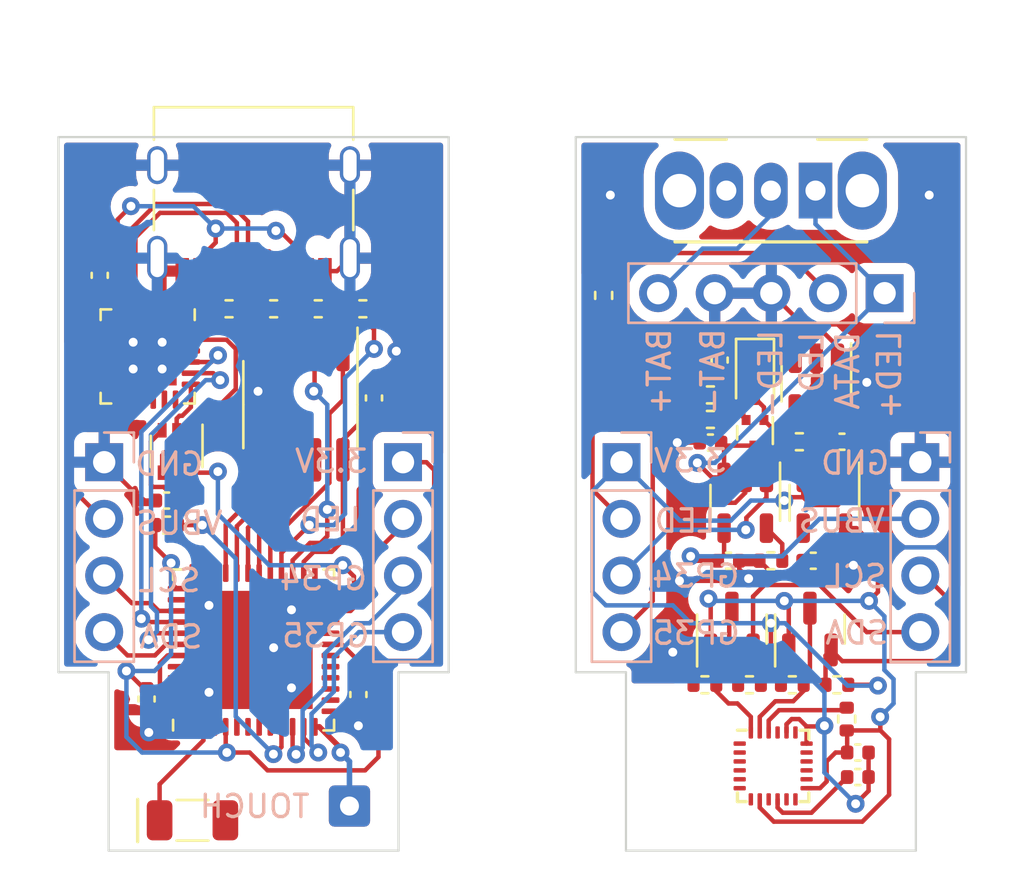
<source format=kicad_pcb>
(kicad_pcb (version 20221018) (generator pcbnew)
  (layers (0 "F.Cu" signal) (31 "B.Cu" signal) (34 "B.Paste" user) (35 "F.Paste" user) (36 "B.SilkS" user "B.Silkscreen") (37 "F.SilkS" user "F.Silkscreen") (38 "B.Mask" user) (39 "F.Mask" user) (44 "Edge.Cuts" user))
  (net 0 "")
  (net 2 "Net-(D1-K)")
  (net 3 "Net-(D1-A)")
  (net 4 "GPIO2")
  (net 5 "VBUS")
  (net 6 "GND")
  (net 7 "RESET")
  (net 18 "VDDSDIO")
  (net 19 "Net-(J1-CC1)")
  (net 20 "Net-(U1-D+)")
  (net 22 "Net-(U1-D-)")
  (net 39 "Net-(U3-~{CS})")
  (net 59 "Net-(U4-PROG)")
  (net 61 "Net-(J1-CC2)")
  (net 63 "DTR")
  (net 64 "RTS")
  (net 65 "GPIO0")
  (net 66 "+BATT")
  (net 67 "GPIO35")
  (net 68 "GPIO9")
  (net 70 "+3V3")
  (net 71 "Net-(U1-VDD)")
  (net 72 "TXD")
  (net 73 "RXD")
  (net 74 "GPIO10")
  (net 75 "GPIO17")
  (net 76 "GPIO7")
  (net 77 "GPIO8")
  (net 78 "RAM_CLK")
  (net 79 "GPIO11")
  (net 80 "+1V8")
  (net 81 "Net-(AE1-FEED)")
  (net 82 "GPIO34")
  (net 83 "Net-(U3-REGOUT)")
  (net 86 "IMU_SDA")
  (net 87 "IMU_SDA_1V8")
  (net 90 "IMU_SCL")
  (net 91 "IMU_SCL_1V8")
  (net 95 "Net-(J2-Pin_5)")
  (net 96 "Net-(J2-Pin_2)")
  (net 97 "Net-(J6-Pin_1)")
  (footprint "Capacitor_SMD:C_1206_3216Metric" (layer "F.Cu") (at 5.26 30.64)
    (fp_text reference "AE1" hide)
    (fp_text value "Antenna_Chip")
  )
  (footprint "Diode_SMD:D_SOD-323" (layer "F.Cu") (at 30.4875 10.6625 -90)
    (fp_text reference "D1" hide)
    (fp_text value "1N5819WS")
  )
  (footprint "Resistor_SMD:R_0402_1005Metric" (layer "F.Cu") (at 23.7 7.1 -90)
    (fp_text reference "R11" hide)
    (fp_text value "470")
  )
  (footprint "Resistor_SMD:R_0402_1005Metric" (layer "F.Cu") (at 30.24 24.5625 180)
    (fp_text reference "R10" hide)
    (fp_text value "10k")
  )
  (footprint "Package_TO_SOT_SMD:SOT-23-5" (layer "F.Cu") (at 33.6 16.4 -90)
    (fp_text reference "U7" hide)
    (fp_text value "MIC5225-1.8")
  )
  (footprint "Package_DFN_QFN:QFN-24-1EP_4x4mm_P0.5mm_EP2.6x2.6mm" (layer "F.Cu") (at 3.25 9.8375 -90)
    (fp_text reference "U1" hide)
    (fp_text value "CP2104")
  )
  (footprint "Package_TO_SOT_SMD:SOT-23-5" (layer "F.Cu") (at 30.05 16.4 -90)
    (fp_text reference "U4" hide)
    (fp_text value "TP4065-4.2V")
  )
  (footprint "Resistor_SMD:R_0402_1005Metric" (layer "F.Cu") (at 28.4875 11.5625)
    (fp_text reference "R5" hide)
    (fp_text value "160k")
  )
  (footprint "Resistor_SMD:R_0402_1005Metric" (layer "F.Cu") (at 32.4775 13.6625 180)
    (fp_text reference "R18" hide)
    (fp_text value "100k")
  )
  (footprint "Capacitor_SMD:C_0402_1005Metric" (layer "F.Cu") (at 4.1 16.3 180)
    (fp_text reference "C6" hide)
    (fp_text value "1u")
  )
  (footprint "Capacitor_SMD:C_0402_1005Metric" (layer "F.Cu") (at 12.7 25 -90)
    (fp_text reference "C7" hide)
    (fp_text value "100n")
  )
  (footprint "Resistor_SMD:R_0402_1005Metric" (layer "F.Cu") (at 31.2 19)
    (fp_text reference "R17" hide)
    (fp_text value "3.3k")
  )
  (footprint "Resistor_SMD:R_0402_1005Metric" (layer "F.Cu") (at 32.16 24.5625)
    (fp_text reference "R14" hide)
    (fp_text value "10k")
  )
  (footprint "Capacitor_SMD:C_0402_1005Metric" (layer "F.Cu") (at 35.1 27.6)
    (fp_text reference "C13" hide)
    (fp_text value "100n")
  )
  (footprint "Capacitor_SMD:C_0402_1005Metric" (layer "F.Cu") (at 1.1 6.2 90)
    (fp_text reference "C3" hide)
    (fp_text value "100n")
  )
  (footprint "Capacitor_SMD:C_0402_1005Metric" (layer "F.Cu") (at 13.4 11.7 90)
    (fp_text reference "C5" hide)
    (fp_text value "100n" hide)
  )
  (footprint "Resistor_SMD:R_0402_1005Metric" (layer "F.Cu") (at 4.1 17.4)
    (fp_text reference "R8" hide)
    (fp_text value "10k")
  )
  (footprint "Capacitor_SMD:C_0402_1005Metric" (layer "F.Cu") (at 33.1 19 180)
    (fp_text reference "C12" hide)
    (fp_text value "10u")
  )
  (footprint "Sensor_Motion:InvenSense_QFN-24_3x3mm_P0.4mm" (layer "F.Cu") (at 31.3 28.2)
    (fp_text reference "U3" hide)
    (fp_text value "ICM-20948")
  )
  (footprint "Package_TO_SOT_SMD:SOT-23" (layer "F.Cu") (at 32.95 22.0625 90)
    (fp_text reference "Q5" hide)
    (fp_text value "BSS138")
  )
  (footprint "Resistor_SMD:R_0402_1005Metric" (layer "F.Cu") (at 28.24 24.5625)
    (fp_text reference "R9" hide)
    (fp_text value "10k")
  )
  (footprint "Capacitor_SMD:C_0402_1005Metric" (layer "F.Cu") (at 28.9 10 -90)
    (fp_text reference "C10" hide)
    (fp_text value "1u")
  )
  (footprint "Button_Switch_THT:SW_CuK_OS102011MA1QN1_SPDT_Angled" (layer "F.Cu") (at 33.2 2.4 180)
    (fp_text reference "SW1" hide)
    (fp_text value "SW_SPDT")
  )
  (footprint "Connector_USB:USB_C_Receptacle_Palconn_UTC16-G" (layer "F.Cu") (at 8 3.5 180)
    (fp_text reference "J1" hide)
    (fp_text value "USB_C_Receptacle_USB2.0")
  )
  (footprint "Capacitor_SMD:C_0402_1005Metric" (layer "F.Cu") (at 34.3875 13.6625 180)
    (fp_text reference "C11" hide)
    (fp_text value "10u")
  )
  (footprint "Resistor_SMD:R_0402_1005Metric" (layer "F.Cu") (at 10.9 7.7)
    (fp_text reference "R6" hide)
    (fp_text value "3.3k")
  )
  (footprint "Package_SO:SOIC-8_3.9x4.9mm_P1.27mm" (layer "F.Cu") (at 10.1 12 -90)
    (fp_text reference "U6" hide)
    (fp_text value "LY68L6400SLIT")
  )
  (footprint "Connector_Wire:SolderWire-0.25sqmm_1x01_D0.65mm_OD1.7mm" (layer "F.Cu") (at 12.3 30)
    (fp_text reference "J6" hide)
    (fp_text value "Conn_01x01")
  )
  (footprint "Capacitor_SMD:C_0402_1005Metric" (layer "F.Cu") (at 3.2 25.2 -90)
    (fp_text reference "C8" hide)
    (fp_text value "100n")
  )
  (footprint "Package_TO_SOT_SMD:SOT-23-5" (layer "F.Cu") (at 33.2375 11.055 -90)
    (fp_text reference "U5" hide)
    (fp_text value "MIC5225-3.3")
  )
  (footprint "Resistor_SMD:R_0402_1005Metric" (layer "F.Cu") (at 8.9 7.7 180)
    (fp_text reference "R2" hide)
    (fp_text value "5.1k")
  )
  (footprint "Capacitor_SMD:C_0402_1005Metric" (layer "F.Cu") (at 35.1 28.7)
    (fp_text reference "C9" hide)
    (fp_text value "100n")
  )
  (footprint "Package_DFN_QFN:QFN-48-1EP_7x7mm_P0.5mm_EP5.3x5.3mm" (layer "F.Cu") (at 8 23 90)
    (fp_text reference "U2" hide)
    (fp_text value "ESP32-PICO-D4")
  )
  (footprint "Resistor_SMD:R_0402_1005Metric" (layer "F.Cu") (at 28.4875 12.6625 180)
    (fp_text reference "R4" hide)
    (fp_text value "442k")
  )
  (footprint "Resistor_SMD:R_0402_1005Metric" (layer "F.Cu") (at 6.9 7.7)
    (fp_text reference "R3" hide)
    (fp_text value "5.1k")
  )
  (footprint "Resistor_SMD:R_0402_1005Metric" (layer "F.Cu") (at 34.16 24.5625 180)
    (fp_text reference "R13" hide)
    (fp_text value "10k")
  )
  (footprint "Resistor_SMD:R_0402_1005Metric" (layer "F.Cu") (at 34.6 26.1 90)
    (fp_text reference "R1" hide)
    (fp_text value "10k")
  )
  (footprint "Capacitor_SMD:C_0402_1005Metric" (layer "F.Cu") (at 29.3 19)
    (fp_text reference "C2" hide)
    (fp_text value "10u")
  )
  (footprint "Resistor_SMD:R_0402_1005Metric" (layer "F.Cu") (at 12.9 7.7)
    (fp_text reference "R7" hide)
    (fp_text value "2k")
  )
  (footprint "Package_TO_SOT_SMD:SOT-363_SC-70-6" (layer "F.Cu") (at 4.55 14.1 -90)
    (fp_text reference "Q1" hide)
    (fp_text value "MUN5214DW1T1G")
  )
  (footprint "Package_TO_SOT_SMD:SOT-723" (layer "F.Cu") (at 30.4875 13.2625 -90)
    (fp_text reference "Q3" hide)
    (fp_text value "CJ3139K")
  )
  (footprint "Package_TO_SOT_SMD:SOT-23" (layer "F.Cu") (at 29.45 22.0625 90)
    (fp_text reference "Q2" hide)
    (fp_text value "BSS138")
  )
  (footprint "Capacitor_SMD:C_0402_1005Metric" (layer "F.Cu") (at 28.4875 13.7 180)
    (fp_text reference "C1" hide)
    (fp_text value "10u")
  )
  (footprint "Connector_PinHeader_2.54mm:PinHeader_1x04_P2.54mm_Vertical" (layer "B.Cu") (at 14.7 14.58 180)
    (fp_text reference "J4" hide)
    (fp_text value "Conn_01x04")
  )
  (footprint "Connector_PinHeader_2.54mm:PinHeader_1x04_P2.54mm_Vertical" (layer "B.Cu") (at 37.9 14.58 180)
    (fp_text reference "J7" hide)
    (fp_text value "Conn_01x04")
  )
  (footprint "Connector_PinHeader_2.54mm:PinHeader_1x05_P2.54mm_Vertical" (layer "B.Cu") (at 36.3 7 90)
    (fp_text reference "J2" hide)
    (fp_text value "Conn_01x05")
  )
  (footprint "Connector_PinHeader_2.54mm:PinHeader_1x04_P2.54mm_Vertical" (layer "B.Cu") (at 1.3 14.58 180)
    (fp_text reference "J5" hide)
    (fp_text value "Conn_01x04")
  )
  (footprint "Connector_PinHeader_2.54mm:PinHeader_1x04_P2.54mm_Vertical" (layer "B.Cu") (at 24.5 14.58 180)
    (fp_text reference "J3" hide)
    (fp_text value "Conn_01x04")
  )
  (gr_line (start 2.8 31.6) (end 2.8 29.7) (stroke (width 0.15)) (layer "F.SilkS"))
  (gr_line (start 24.7 32) (end 24.7 24) (stroke (width 0.1)) (layer "Edge.Cuts"))
  (gr_line (start 22.45 0) (end 39.95 0) (stroke (width 0.1)) (layer "Edge.Cuts"))
  (gr_line (start 37.7 32) (end 37.7 24) (stroke (width 0.1)) (layer "Edge.Cuts"))
  (gr_line (start 16.75 0) (end 16.75 24) (stroke (width 0.1)) (layer "Edge.Cuts"))
  (gr_line (start 14.5 32) (end 1.5 32) (stroke (width 0.1)) (layer "Edge.Cuts"))
  (gr_line (start 37.7 32) (end 24.7 32) (stroke (width 0.1)) (layer "Edge.Cuts"))
  (gr_line (start -0.75 0) (end 16.75 0) (stroke (width 0.1)) (layer "Edge.Cuts"))
  (gr_line (start 37.7 24) (end 39.95 24) (stroke (width 0.1)) (layer "Edge.Cuts"))
  (gr_line (start -0.75 24) (end 1.5 24) (stroke (width 0.1)) (layer "Edge.Cuts"))
  (gr_line (start 22.45 24) (end 24.7 24) (stroke (width 0.1)) (layer "Edge.Cuts"))
  (gr_line (start 14.5 24) (end 16.75 24) (stroke (width 0.1)) (layer "Edge.Cuts"))
  (gr_line (start 39.95 0) (end 39.95 24) (stroke (width 0.1)) (layer "Edge.Cuts"))
  (gr_line (start 14.5 32) (end 14.5 24) (stroke (width 0.1)) (layer "Edge.Cuts"))
  (gr_line (start 1.5 32) (end 1.5 24) (stroke (width 0.1)) (layer "Edge.Cuts"))
  (gr_line (start 22.45 0) (end 22.45 24) (stroke (width 0.1)) (layer "Edge.Cuts"))
  (gr_line (start -0.75 0) (end -0.75 24) (stroke (width 0.1)) (layer "Edge.Cuts"))
  (gr_text "LED\nDATA" (at 35.23 8.64 90) (layer "B.SilkS") (effects (font (size 1 1)) (justify left bottom mirror)))
  (gr_text "GP34" (at 13.18 20.39) (layer "B.SilkS") (effects (font (size 1 1)) (justify left bottom mirror)))
  (gr_text "SCL" (at 5.71 20.47) (layer "B.SilkS") (effects (font (size 1 1)) (justify left bottom mirror)))
  (gr_text "LED-" (at 31.78 8.55 90) (layer "B.SilkS") (effects (font (size 1 1)) (justify left bottom mirror)))
  (gr_text "LED" (at 12.9 17.74) (layer "B.SilkS") (effects (font (size 1 1)) (justify left bottom mirror)))
  (gr_text "LED+" (at 37.1 8.58 90) (layer "B.SilkS") (effects (font (size 1 1)) (justify left bottom mirror)))
  (gr_text "SDA" (at 36.56 22.82) (layer "B.SilkS") (effects (font (size 1 1)) (justify left bottom mirror)))
  (gr_text "SDA" (at 5.8 23) (layer "B.SilkS") (effects (font (size 1 1)) (justify left bottom mirror)))
  (gr_text "VBUS" (at 6.7 17.9) (layer "B.SilkS") (effects (font (size 1 1)) (justify left bottom mirror)))
  (gr_text "GP35" (at 13.29 22.95) (layer "B.SilkS") (effects (font (size 1 1)) (justify left bottom mirror)))
  (gr_text "SCL" (at 36.47 20.29) (layer "B.SilkS") (effects (font (size 1 1)) (justify left bottom mirror)))
  (gr_text "GP35" (at 29.9 22.83) (layer "B.SilkS") (effects (font (size 1 1)) (justify left bottom mirror)))
  (gr_text "BAT-" (at 29.18 8.49 90) (layer "B.SilkS") (effects (font (size 1 1)) (justify left bottom mirror)))
  (gr_text "BAT+" (at 26.78 8.49 90) (layer "B.SilkS") (effects (font (size 1 1)) (justify left bottom mirror)))
  (gr_text "LED" (at 28.8 17.8) (layer "B.SilkS") (effects (font (size 1 1)) (justify left bottom mirror)))
  (gr_text "GP34" (at 29.88 20.27) (layer "B.SilkS") (effects (font (size 1 1)) (justify left bottom mirror)))
  (gr_text "GND" (at 36.6 15.2) (layer "B.SilkS") (effects (font (size 1 1)) (justify left bottom mirror)))
  (gr_text "3.3V" (at 29.3 15.1) (layer "B.SilkS") (effects (font (size 1 1)) (justify left bottom mirror)))
  (gr_text "3.3V" (at 13.2 15.12) (layer "B.SilkS") (effects (font (size 1 1)) (justify left bottom mirror)))
  (gr_text "TOUCH" (at 10.6 30.6) (layer "B.SilkS") (effects (font (size 1 1)) (justify left bottom mirror)))
  (gr_text "VBUS" (at 36.4 17.8) (layer "B.SilkS") (effects (font (size 1 1)) (justify left bottom mirror)))
  (gr_text "GND" (at 5.84 15.25) (layer "B.SilkS") (effects (font (size 1 1)) (justify left bottom mirror)))
  (segment (start 32.2875 9.3125) (end 32.8 8.8) (width 0.2) (layer "F.Cu") (net 2))
  (segment (start 29.9625 10.1375) (end 30.4875 9.6125) (width 0.2) (layer "F.Cu") (net 2))
  (segment (start 30.395 9.52) (end 30.4875 9.6125) (width 0.2) (layer "F.Cu") (net 2))
  (segment (start 31.9825 9.6125) (end 32.2875 9.9175) (width 0.2) (layer "F.Cu") (net 2))
  (segment (start 30.0875 12.6875) (end 29.9625 12.5625) (width 0.2) (layer "F.Cu") (net 2))
  (segment (start 30.4875 9.6125) (end 31.9825 9.6125) (width 0.2) (layer "F.Cu") (net 2))
  (segment (start 32.8 8.8) (end 33.6 8.8) (width 0.2) (layer "F.Cu") (net 2))
  (segment (start 32.2875 9.9175) (end 32.2875 9.3125) (width 0.2) (layer "F.Cu") (net 2))
  (segment (start 28.9 9.52) (end 30.395 9.52) (width 0.2) (layer "F.Cu") (net 2))
  (segment (start 33.6 8.8) (end 34.1875 9.3875) (width 0.2) (layer "F.Cu") (net 2))
  (segment (start 34.1875 9.3875) (end 34.1875 9.9175) (width 0.2) (layer "F.Cu") (net 2))
  (segment (start 29.9625 12.5625) (end 29.9625 10.1375) (width 0.2) (layer "F.Cu") (net 2))
  (segment (start 31.8625 13.6625) (end 30.8875 12.6875) (width 0.2) (layer "F.Cu") (net 3))
  (segment (start 30.4875 11.7125) (end 30.8875 12.1125) (width 0.2) (layer "F.Cu") (net 3))
  (segment (start 30.8875 12.1125) (end 30.8875 12.6875) (width 0.2) (layer "F.Cu") (net 3))
  (segment (start 31.9675 13.6625) (end 31.8625 13.6625) (width 0.2) (layer "F.Cu") (net 3))
  (segment (start 11.45 21.25) (end 12.35 21.25) (width 0.2) (layer "F.Cu") (net 4))
  (segment (start 12.35 21.25) (end 13.1 20.5) (width 0.2) (layer "F.Cu") (net 4))
  (segment (start 23.2 15.82) (end 24.5 17.12) (width 0.2) (layer "F.Cu") (net 4))
  (segment (start 13.1 19) (end 14.7 17.4) (width 0.2) (layer "F.Cu") (net 4))
  (segment (start 23.7 7.61) (end 23.2 8.11) (width 0.2) (layer "F.Cu") (net 4))
  (segment (start 14.7 17.4) (end 14.7 17.12) (width 0.2) (layer "F.Cu") (net 4))
  (segment (start 13.1 20.5) (end 13.1 19) (width 0.2) (layer "F.Cu") (net 4))
  (segment (start 23.2 8.11) (end 23.2 15.82) (width 0.2) (layer "F.Cu") (net 4))
  (segment (start 1.9 6.3) (end 1.9 6.2) (width 0.2) (layer "F.Cu") (net 5))
  (segment (start 27.8 19) (end 27.6 18.8) (width 0.2) (layer "F.Cu") (net 5))
  (segment (start 5.6 5.43) (end 5.6 6.01) (width 0.2) (layer "F.Cu") (net 5))
  (segment (start -0.2 10.037424) (end 0.749924 9.0875) (width 0.2) (layer "F.Cu") (net 5))
  (segment (start 9.17 4.2) (end 10.4 5.43) (width 0.2) (layer "F.Cu") (net 5))
  (segment (start 29.1 17.5375) (end 29.1 18.72) (width 0.2) (layer "F.Cu") (net 5))
  (segment (start 1.9 3.7) (end 2.5 3.1) (width 0.2) (layer "F.Cu") (net 5))
  (segment (start 1.3125 9.0875) (end 1.3125 8.5875) (width 0.2) (layer "F.Cu") (net 5))
  (segment (start 28.82 19) (end 27.8 19) (width 0.2) (layer "F.Cu") (net 5))
  (segment (start 29.1 18.72) (end 28.82 19) (width 0.2) (layer "F.Cu") (net 5))
  (segment (start 1.9 6.2) (end 1.9 3.7) (width 0.2) (layer "F.Cu") (net 5))
  (segment (start 6.3 4.73) (end 5.6 5.43) (width 0.2) (layer "F.Cu") (net 5))
  (segment (start 9 4.2) (end 9.17 4.2) (width 0.2) (layer "F.Cu") (net 5))
  (segment (start 10.4 6.01) (end 10.4 7.69) (width 0.2) (layer "F.Cu") (net 5))
  (segment (start 0.749924 9.0875) (end 1.3125 9.0875) (width 0.2) (layer "F.Cu") (net 5))
  (segment (start 1.3 17.12) (end 1.21 17.12) (width 0.2) (layer "F.Cu") (net 5))
  (segment (start 1.1 6.68) (end 1.1 8.375) (width 0.2) (layer "F.Cu") (net 5))
  (segment (start 1.52 6.68) (end 1.9 6.3) (width 0.2) (layer "F.Cu") (net 5))
  (segment (start -0.2 15.71) (end -0.2 10.037424) (width 0.2) (layer "F.Cu") (net 5))
  (segment (start 6.3 4.1) (end 6.3 4.73) (width 0.2) (layer "F.Cu") (net 5))
  (segment (start 1.1 8.375) (end 1.3125 8.5875) (width 0.2) (layer "F.Cu") (net 5))
  (segment (start 1.1 6.68) (end 1.52 6.68) (width 0.2) (layer "F.Cu") (net 5))
  (segment (start 10.4 5.43) (end 10.4 6.01) (width 0.2) (layer "F.Cu") (net 5))
  (segment (start 1.21 17.12) (end -0.2 15.71) (width 0.2) (layer "F.Cu") (net 5))
  (segment (start 10.4 7.69) (end 10.39 7.7) (width 0.2) (layer "F.Cu") (net 5))
  (via (at 27.6 18.8) (size 0.8) (drill 0.4) (layers "F.Cu" "B.Cu") (net 5))
  (via (at 6.3 4.1) (size 0.8) (drill 0.4) (layers "F.Cu" "B.Cu") (net 5))
  (via (at 2.5 3.1) (size 0.8) (drill 0.4) (layers "F.Cu" "B.Cu") (net 5))
  (via (at 9 4.2) (size 0.8) (drill 0.4) (layers "F.Cu" "B.Cu") (net 5))
  (segment (start 27.6 18.8) (end 31.7 18.8) (width 0.2) (layer "B.Cu") (net 5))
  (segment (start 6.3 4.1) (end 8.9 4.1) (width 0.2) (layer "B.Cu") (net 5))
  (segment (start 8.9 4.1) (end 9 4.2) (width 0.2) (layer "B.Cu") (net 5))
  (segment (start 5.3 3.1) (end 6.3 4.1) (width 0.2) (layer "B.Cu") (net 5))
  (segment (start 2.5 3.1) (end 5.3 3.1) (width 0.2) (layer "B.Cu") (net 5))
  (segment (start 31.7 18.8) (end 33.38 17.12) (width 0.2) (layer "B.Cu") (net 5))
  (segment (start 33.38 17.12) (end 37.9 17.12) (width 0.2) (layer "B.Cu") (net 5))
  (segment (start 35.5 11) (end 33.2375 11) (width 0.2) (layer "F.Cu") (net 6))
  (segment (start 13.41 7.7) (end 14.4 8.69) (width 0.2) (layer "F.Cu") (net 6))
  (segment (start 29.78 19.38) (end 30.2 19.8) (width 0.2) (layer "F.Cu") (net 6))
  (segment (start 31.3775 19.6875) (end 31.957683 19.6875) (width 0.2) (layer "F.Cu") (net 6))
  (segment (start 33.2375 13.4125) (end 32.9875 13.6625) (width 0.2) (layer "F.Cu") (net 6))
  (segment (start 4 7.9) (end 4 9.1) (width 0.2) (layer "F.Cu") (net 6))
  (segment (start 35.58 28.7) (end 35.58 29.32) (width 0.2) (layer "F.Cu") (net 6))
  (segment (start 4.26 6.01) (end 3.68 5.43) (width 0.2) (layer "F.Cu") (net 6))
  (segment (start 14.4 8.69) (end 14.4 9.6) (width 0.2) (layer "F.Cu") (net 6))
  (segment (start 27 13.7) (end 28.0075 13.7) (width 0.2) (layer "F.Cu") (net 6))
  (segment (start 11.74 6.01) (end 12.32 5.43) (width 0.2) (layer "F.Cu") (net 6))
  (segment (start 31.9 26.7) (end 31.9 26.330025) (width 0.2) (layer "F.Cu") (net 6))
  (segment (start 32.62 8.4) (end 34.7 8.4) (width 0.2) (layer "F.Cu") (net 6))
  (segment (start 11.2 6.01) (end 11.74 6.01) (width 0.2) (layer "F.Cu") (net 6))
  (segment (start 31.9 26.330025) (end 32.130025 26.1) (width 0.2) (layer "F.Cu") (net 6))
  (segment (start 32.62 19) (end 32.647746 19) (width 0.2) (layer "F.Cu") (net 6))
  (segment (start 32.8 26.430025) (end 32.8 27.2) (width 0.2) (layer "F.Cu") (net 6))
  (segment (start 29.78 19) (end 29.78 19.38) (width 0.2) (layer "F.Cu") (net 6))
  (segment (start 33.569475 26.430025) (end 32.8 26.430025) (width 0.2) (layer "F.Cu") (net 6))
  (segment (start 32.9375 13.6625) (end 32.9875 13.6625) (width 0.2) (layer "F.Cu") (net 6))
  (segment (start 4.8 6.01) (end 4.26 6.01) (width 0.2) (layer "F.Cu") (net 6))
  (segment (start 27.1 19.9) (end 30.1 19.9) (width 0.2) (layer "F.Cu") (net 6))
  (segment (start 31.22 7) (end 32.62 8.4) (width 0.2) (layer "F.Cu") (net 6))
  (segment (start 3.2 26.6) (end 3.2 25.68) (width 0.2) (layer "F.Cu") (net 6))
  (segment (start 30.69 19) (end 31.3775 19.6875) (width 0.2) (layer "F.Cu") (net 6))
  (segment (start 29.6 16.4) (end 27.6 16.4) (width 0.2) (layer "F.Cu") (net 6))
  (segment (start 34.49 19.61) (end 34.9 19.2) (width 0.2) (layer "F.Cu") (net 6))
  (segment (start 3.3 26.7) (end 3.2 26.6) (width 0.2) (layer "F.Cu") (net 6))
  (segment (start 32.130025 26.1) (end 32.469975 26.1) (width 0.2) (layer "F.Cu") (net 6))
  (segment (start 14.4 10.22) (end 14.4 9.6) (width 0.2) (layer "F.Cu") (net 6))
  (segment (start 32.62 19.025183) (end 32.62 19) (width 0.2) (layer "F.Cu") (net 6))
  (segment (start 33.6 13.97) (end 33.9075 13.6625) (width 0.2) (layer "F.Cu") (net 6))
  (segment (start 33.2375 9.9175) (end 33.2375 11) (width 0.2) (layer "F.Cu") (net 6))
  (segment (start 33.6 26.3995) (end 33.569475 26.430025) (width 0.2) (layer "F.Cu") (net 6))
  (segment (start 33.2375 11) (end 33.2375 13.4125) (width 0.2) (layer "F.Cu") (net 6))
  (segment (start 35.58 29.32) (end 35 29.9) (width 0.2) (layer "F.Cu") (net 6))
  (segment (start 4 7.9) (end 4 5.75) (width 0.2) (layer "F.Cu") (net 6))
  (segment (start 33.257746 19.61) (end 34.49 19.61) (width 0.2) (layer "F.Cu") (net 6))
  (segment (start 34.7 8.4) (end 35.4 9.1) (width 0.2) (layer "F.Cu") (net 6))
  (segment (start 30.05 15.95) (end 29.6 16.4) (width 0.2) (layer "F.Cu") (net 6))
  (segment (start 13.4 11.22) (end 14.4 10.22) (width 0.2) (layer "F.Cu") (net 6))
  (segment (start 30.05 15.2625) (end 30.05 15.95) (width 0.2) (layer "F.Cu") (net 6))
  (segment (start 4 5.75) (end 3.68 5.43) (width 0.2) (layer "F.Cu") (net 6))
  (segment (start 31.957683 19.6875) (end 32.62 19.025183) (width 0.2) (layer "F.Cu") (net 6))
  (segment (start 4 9.1) (end 3.9 9.2) (width 0.2) (layer "F.Cu") (net 6))
  (segment (start 33.6 15.2625) (end 33.6 13.97) (width 0.2) (layer "F.Cu") (net 6))
  (segment (start 35.58 28.7) (end 35.58 27.6) (width 0.2) (layer "F.Cu") (net 6))
  (segment (start 1.3 14.58) (end 3.02 16.3) (width 0.2) (layer "F.Cu") (net 6))
  (segment (start 3.02 16.3) (end 3.62 16.3) (width 0.2) (layer "F.Cu") (net 6))
  (segment (start 30.1 19.9) (end 30.2 19.8) (width 0.2) (layer "F.Cu") (net 6))
  (segment (start 32.647746 19) (end 33.257746 19.61) (width 0.2) (layer "F.Cu") (net 6))
  (segment (start 32.469975 26.1) (end 32.8 26.430025) (width 0.2) (layer "F.Cu") (net 6))
  (via (at 33.6 26.3995) (size 0.8) (drill 0.4) (layers "F.Cu" "B.Cu") (net 6))
  (via (at 38.3 2.6) (size 0.8) (drill 0.4) (layers "F.Cu" "B.Cu") (net 6))
  (via (at 35 29.9) (size 0.8) (drill 0.4) (layers "F.Cu" "B.Cu") (net 6))
  (via (at 34.9 19.2) (size 0.8) (drill 0.4) (layers "F.Cu" "B.Cu") (net 6))
  (via (at 9.7 21.2) (size 0.8) (drill 0.4) (layers "F.Cu" "B.Cu") (net 6))
  (via (at 3.9 9.2) (size 0.8) (drill 0.4) (layers "F.Cu" "B.Cu") (net 6))
  (via (at 6 21) (size 0.8) (drill 0.4) (layers "F.Cu" "B.Cu") (net 6))
  (via (at 35.5 11) (size 0.8) (drill 0.4) (layers "F.Cu" "B.Cu") (net 6))
  (via (at 8.9 22.9) (size 0.8) (drill 0.4) (layers "F.Cu" "B.Cu") (net 6))
  (via (at 24 2.6) (size 0.8) (drill 0.4) (layers "F.Cu" "B.Cu") (net 6))
  (via (at 6 24.9) (size 0.8) (drill 0.4) (layers "F.Cu" "B.Cu") (net 6))
  (via (at 9.7 24.7) (size 0.8) (drill 0.4) (layers "F.Cu" "B.Cu") (net 6))
  (via (at 2.6 10.4) (size 0.8) (drill 0.4) (layers "F.Cu" "B.Cu") (net 6))
  (via (at 14.4 9.6) (size 0.8) (drill 0.4) (layers "F.Cu" "B.Cu") (net 6))
  (via (at 27.1 19.9) (size 0.8) (drill 0.4) (layers "F.Cu" "B.Cu") (net 6))
  (via (at 12.7 26.4) (size 0.8) (drill 0.4) (layers "F.Cu" "B.Cu") (net 6))
  (via (at 3.3 26.7) (size 0.8) (drill 0.4) (layers "F.Cu" "B.Cu") (net 6))
  (via (at 3.9 10.4) (size 0.8) (drill 0.4) (layers "F.Cu" "B.Cu") (net 6))
  (via (at 30.2 19.8) (size 0.8) (drill 0.4) (layers "F.Cu" "B.Cu") (net 6))
  (via (at 2.6 9.2) (size 0.8) (drill 0.4) (layers "F.Cu" "B.Cu") (net 6))
  (via (at 8.2 11.4) (size 0.8) (drill 0.4) (layers "F.Cu" "B.Cu") (net 6))
  (via (at 26.8 23.1) (size 0.8) (drill 0.4) (layers "F.Cu" "B.Cu") (net 6))
  (via (at 27 13.7) (size 0.8) (drill 0.4) (layers "F.Cu" "B.Cu") (net 6))
  (segment (start 12.5 26.2) (end 12.5 24) (width 0.2) (layer "B.Cu") (net 6))
  (segment (start 38.9 18.4) (end 39.5 17.8) (width 0.2) (layer "B.Cu") (net 6))
  (segment (start 36.1 19.2) (end 36.9 18.4) (width 0.2) (layer "B.Cu") (net 6))
  (segment (start 39.5 17.8) (end 39.5 16.5) (width 0.2) (layer "B.Cu") (net 6))
  (segment (start 36.9 18.4) (end 38.9 18.4) (width 0.2) (layer "B.Cu") (net 6))
  (segment (start 34.9 19.2) (end 36.1 19.2) (width 0.2) (layer "B.Cu") (net 6))
  (segment (start 13 23.5) (end 15.7 23.5) (width 0.2) (layer "B.Cu") (net 6))
  (segment (start 33.6 26.3995) (end 33.6 24.9) (width 0.2) (layer "B.Cu") (net 6))
  (segment (start 33.6 28.5) (end 35 29.9) (width 0.2) (layer "B.Cu") (net 6))
  (segment (start 12.5 24) (end 13 23.5) (width 0.2) (layer "B.Cu") (net 6))
  (segment (start 33.6 26.3995) (end 33.6 28.5) (width 0.2) (layer "B.Cu") (net 6))
  (segment (start 33.6 24.9) (end 32.2 23.5) (width 0.2) (layer "B.Cu") (net 6))
  (segment (start 12.7 26.4) (end 12.5 26.2) (width 0.2) (layer "B.Cu") (net 6))
  (segment (start 3.4 13.65) (end 3.4 15.6) (width 0.2) (layer "F.Cu") (net 7))
  (segment (start 9.25 26.45) (end 9.25 27.35) (width 0.2) (layer "F.Cu") (net 7))
  (segment (start 3.97 15.69) (end 4.58 16.3) (width 0.2) (layer "F.Cu") (net 7))
  (segment (start 9.25 27.35) (end 8.9 27.7) (width 0.2) (layer "F.Cu") (net 7))
  (segment (start 4.58 17.37) (end 4.61 17.4) (width 0.2) (layer "F.Cu") (net 7))
  (segment (start 3.49 15.69) (end 3.97 15.69) (width 0.2) (layer "F.Cu") (net 7))
  (segment (start 3.4 15.6) (end 3.49 15.69) (width 0.2) (layer "F.Cu") (net 7))
  (segment (start 4.58 16.3) (end 4.58 17.37) (width 0.2) (layer "F.Cu") (net 7))
  (segment (start 5.7 17.4) (end 4.61 17.4) (width 0.2) (layer "F.Cu") (net 7))
  (segment (start 3.9 13.15) (end 3.4 13.65) (width 0.2) (layer "F.Cu") (net 7))
  (via (at 5.7 17.4) (size 0.8) (drill 0.4) (layers "F.Cu" "B.Cu") (net 7))
  (via (at 8.888997 27.672877) (size 0.8) (drill 0.4) (layers "F.Cu" "B.Cu") (net 7))
  (segment (start 7.2 25.98388) (end 7.2 18.9) (width 0.2) (layer "B.Cu") (net 7))
  (segment (start 8.888997 27.672877) (end 7.2 25.98388) (width 0.2) (layer "B.Cu") (net 7))
  (segment (start 7.2 18.9) (end 5.7 17.4) (width 0.2) (layer "B.Cu") (net 7))
  (segment (start 12.005 13.575) (end 12.005 14.475) (width 0.2) (layer "F.Cu") (net 18))
  (segment (start 10.693674 18.6) (end 11.5 18.6) (width 0.2) (layer "F.Cu") (net 18))
  (segment (start 12.005 18.095) (end 12.005 14.475) (width 0.2) (layer "F.Cu") (net 18))
  (segment (start 13.4 12.18) (end 12.005 13.575) (width 0.2) (layer "F.Cu") (net 18))
  (segment (start 10.25 19.55) (end 10.25 19.043674) (width 0.2) (layer "F.Cu") (net 18))
  (segment (start 11.5 18.6) (end 12.005 18.095) (width 0.2) (layer "F.Cu") (net 18))
  (segment (start 10.25 19.043674) (end 10.693674 18.6) (width 0.2) (layer "F.Cu") (net 18))
  (segment (start 9.25 7.54) (end 9.41 7.7) (width 0.2) (layer "F.Cu") (net 19))
  (segment (start 9.25 6.01) (end 9.25 7.54) (width 0.2) (layer "F.Cu") (net 19))
  (segment (start 7.25 6.01) (end 7.25 6.84) (width 0.2) (layer "F.Cu") (net 20))
  (segment (start 2.7 4.5) (end 3.8 3.4) (width 0.2) (layer "F.Cu") (net 20))
  (segment (start 3.5 7.334314) (end 2.7 6.534314) (width 0.2) (layer "F.Cu") (net 20))
  (segment (start 6.8 3.4) (end 7.25 3.85) (width 0.2) (layer "F.Cu") (net 20))
  (segment (start 3.8 3.4) (end 6.8 3.4) (width 0.2) (layer "F.Cu") (net 20))
  (segment (start 2.7 6.534314) (end 2.7 4.5) (width 0.2) (layer "F.Cu") (net 20))
  (segment (start 7.25 3.85) (end 7.25 6.01) (width 0.2) (layer "F.Cu") (net 20))
  (segment (start 7.25 6.84) (end 7.3 6.89) (width 0.2) (layer "F.Cu") (net 20))
  (segment (start 8.25 6.84) (end 8.25 6.01) (width 0.2) (layer "F.Cu") (net 20))
  (segment (start 3.5 7.9) (end 3.5 7.334314) (width 0.2) (layer "F.Cu") (net 20))
  (segment (start 7.3 6.89) (end 8.2 6.89) (width 0.2) (layer "F.Cu") (net 20))
  (segment (start 8.2 6.89) (end 8.25 6.84) (width 0.2) (layer "F.Cu") (net 20))
  (segment (start 7.75 5.18) (end 7.8 5.13) (width 0.2) (layer "F.Cu") (net 22))
  (segment (start 7.75 6.01) (end 7.75 5.18) (width 0.2) (layer "F.Cu") (net 22))
  (segment (start 7.8 5.13) (end 8.7 5.13) (width 0.2) (layer "F.Cu") (net 22))
  (segment (start 2.3 6.699999) (end 3 7.4) (width 0.2) (layer "F.Cu") (net 22))
  (segment (start 3.634314 3) (end 2.3 4.334314) (width 0.2) (layer "F.Cu") (net 22))
  (segment (start 6.965686 3) (end 3.634314 3) (width 0.2) (layer "F.Cu") (net 22))
  (segment (start 8.75 5.18) (end 8.75 6.01) (width 0.2) (layer "F.Cu") (net 22))
  (segment (start 7.75 5.18) (end 7.75 3.784314) (width 0.2) (layer "F.Cu") (net 22))
  (segment (start 8.7 5.13) (end 8.75 5.18) (width 0.2) (layer "F.Cu") (net 22))
  (segment (start 3 7.4) (end 3 7.9) (width 0.2) (layer "F.Cu") (net 22))
  (segment (start 7.75 3.784314) (end 6.965686 3) (width 0.2) (layer "F.Cu") (net 22))
  (segment (start 2.3 4.334314) (end 2.3 6.699999) (width 0.2) (layer "F.Cu") (net 22))
  (segment (start 31.565686 25.7) (end 34.49 25.7) (width 0.2) (layer "F.Cu") (net 39))
  (segment (start 31.1 26.7) (end 31.1 26.165686) (width 0.2) (layer "F.Cu") (net 39))
  (segment (start 31.1 26.165686) (end 31.565686 25.7) (width 0.2) (layer "F.Cu") (net 39))
  (segment (start 34.49 25.7) (end 34.6 25.59) (width 0.2) (layer "F.Cu") (net 39))
  (segment (start 31.71 19) (end 31.71 18.2475) (width 0.2) (layer "F.Cu") (net 59))
  (segment (start 31.71 18.2475) (end 31 17.5375) (width 0.2) (layer "F.Cu") (net 59))
  (segment (start 6.25 7.56) (end 6.39 7.7) (width 0.2) (layer "F.Cu") (net 61))
  (segment (start 6.25 6.01) (end 6.25 7.56) (width 0.2) (layer "F.Cu") (net 61))
  (segment (start 7.2 9.5) (end 7.2 11.3) (width 0.2) (layer "F.Cu") (net 63))
  (segment (start 4.55 14.525) (end 5.2 13.875) (width 0.2) (layer "F.Cu") (net 63))
  (segment (start 7.2 11.3) (end 5.35 13.15) (width 0.2) (layer "F.Cu") (net 63))
  (segment (start 4.55 15.05) (end 4.55 14.525) (width 0.2) (layer "F.Cu") (net 63))
  (segment (start 5.35 13.15) (end 5.2 13.15) (width 0.2) (layer "F.Cu") (net 63))
  (segment (start 5.2 13.875) (end 5.2 13.15) (width 0.2) (layer "F.Cu") (net 63))
  (segment (start 6.7875 9.0875) (end 7.2 9.5) (width 0.2) (layer "F.Cu") (net 63))
  (segment (start 5.1875 9.0875) (end 6.7875 9.0875) (width 0.2) (layer "F.Cu") (net 63))
  (segment (start 4.8 12.5) (end 5.1875 12.1125) (width 0.2) (layer "F.Cu") (net 64))
  (segment (start 4.55 12.625) (end 4.675 12.5) (width 0.2) (layer "F.Cu") (net 64))
  (segment (start 3.9 14.275) (end 4.55 13.625) (width 0.2) (layer "F.Cu") (net 64))
  (segment (start 4.55 13.15) (end 4.55 12.625) (width 0.2) (layer "F.Cu") (net 64))
  (segment (start 3.9 15.05) (end 3.9 14.275) (width 0.2) (layer "F.Cu") (net 64))
  (segment (start 5.1875 12.1125) (end 5.1875 11.0875) (width 0.2) (layer "F.Cu") (net 64))
  (segment (start 4.675 12.5) (end 4.8 12.5) (width 0.2) (layer "F.Cu") (net 64))
  (segment (start 4.55 13.625) (end 4.55 13.15) (width 0.2) (layer "F.Cu") (net 64))
  (segment (start 5.2 15.05) (end 6.35 15.05) (width 0.2) (layer "F.Cu") (net 65))
  (segment (start 12.5 20.4) (end 12.5 19.7) (width 0.2) (layer "F.Cu") (net 65))
  (segment (start 11.45 20.75) (end 12.15 20.75) (width 0.2) (layer "F.Cu") (net 65))
  (segment (start 6.35 15.05) (end 6.4 15) (width 0.2) (layer "F.Cu") (net 65))
  (segment (start 12.15 20.75) (end 12.5 20.4) (width 0.2) (layer "F.Cu") (net 65))
  (segment (start 12.5 19.7) (end 12 19.2) (width 0.2) (layer "F.Cu") (net 65))
  (via (at 12 19.2) (size 0.8) (drill 0.4) (layers "F.Cu" "B.Cu") (net 65))
  (via (at 6.4 15) (size 0.8) (drill 0.4) (layers "F.Cu" "B.Cu") (net 65))
  (segment (start 6.4 16.9) (end 8.7 19.2) (width 0.2) (layer "B.Cu") (net 65))
  (segment (start 8.7 19.2) (end 12 19.2) (width 0.2) (layer "B.Cu") (net 65))
  (segment (start 6.4 15) (end 6.4 16.9) (width 0.2) (layer "B.Cu") (net 65))
  (segment (start 28.9675 12.6925) (end 28.9975 12.6625) (width 0.2) (layer "F.Cu") (net 66))
  (segment (start 28.9675 13.7) (end 28.9675 12.6925) (width 0.2) (layer "F.Cu") (net 66))
  (segment (start 28.553 15.2625) (end 27.9 14.6095) (width 0.2) (layer "F.Cu") (net 66))
  (segment (start 29.1 13.8325) (end 28.9675 13.7) (width 0.2) (layer "F.Cu") (net 66))
  (segment (start 30.4875 13.8375) (end 29.105 13.8375) (width 0.2) (layer "F.Cu") (net 66))
  (segment (start 29.1 15.2625) (end 29.1 13.8325) (width 0.2) (layer "F.Cu") (net 66))
  (segment (start 29.1 15.2625) (end 28.553 15.2625) (width 0.2) (layer "F.Cu") (net 66))
  (segment (start 29.105 13.8375) (end 28.9675 13.7) (width 0.2) (layer "F.Cu") (net 66))
  (via (at 27.9 14.6095) (size 0.8) (drill 0.4) (layers "F.Cu" "B.Cu") (net 66))
  (segment (start 33.2 3.9) (end 36.3 7) (width 0.2) (layer "B.Cu") (net 66))
  (segment (start 28.6905 14.6095) (end 36.3 7) (width 0.2) (layer "B.Cu") (net 66))
  (segment (start 33.2 2.4) (end 33.2 3.9) (width 0.2) (layer "B.Cu") (net 66))
  (segment (start 27.9 14.6095) (end 28.6905 14.6095) (width 0.2) (layer "B.Cu") (net 66))
  (segment (start 10.9 27.6) (end 10.25 26.95) (width 0.2) (layer "F.Cu") (net 67))
  (segment (start 25.9 13.2) (end 25.9 20.8) (width 0.2) (layer "F.Cu") (net 67))
  (segment (start 27.9775 12.6625) (end 26.4375 12.6625) (width 0.2) (layer "F.Cu") (net 67))
  (segment (start 10.25 26.95) (end 10.25 26.45) (width 0.2) (layer "F.Cu") (net 67))
  (segment (start 27.9775 11.5625) (end 27.9775 12.6625) (width 0.2) (layer "F.Cu") (net 67))
  (segment (start 25.9 20.8) (end 24.5 22.2) (width 0.2) (layer "F.Cu") (net 67))
  (segment (start 26.4375 12.6625) (end 25.9 13.2) (width 0.2) (layer "F.Cu") (net 67))
  (via (at 10.9 27.6) (size 0.8) (drill 0.4) (layers "F.Cu" "B.Cu") (net 67))
  (segment (start 12.725686 22.2) (end 14.7 22.2) (width 0.2) (layer "B.Cu") (net 67))
  (segment (start 11.6 23.325686) (end 12.725686 22.2) (width 0.2) (layer "B.Cu") (net 67))
  (segment (start 10.6 25.865685) (end 11.6 24.865685) (width 0.2) (layer "B.Cu") (net 67))
  (segment (start 10.6 27.3) (end 10.6 25.865685) (width 0.2) (layer "B.Cu") (net 67))
  (segment (start 11.6 24.865685) (end 11.6 23.325686) (width 0.2) (layer "B.Cu") (net 67))
  (segment (start 10.9 27.6) (end 10.6 27.3) (width 0.2) (layer "B.Cu") (net 67))
  (segment (start 9.25 18.65) (end 9.25 19.55) (width 0.2) (layer "F.Cu") (net 68))
  (segment (start 13.4 8.625183) (end 13.4 9.5) (width 0.2) (layer "F.Cu") (net 68))
  (segment (start 12.39 7.7) (end 12.474817 7.7) (width 0.2) (layer "F.Cu") (net 68))
  (segment (start 11.41 7.7) (end 12.39 7.7) (width 0.2) (layer "F.Cu") (net 68))
  (segment (start 12.474817 7.7) (end 13.4 8.625183) (width 0.2) (layer "F.Cu") (net 68))
  (segment (start 10.5 17.4) (end 9.25 18.65) (width 0.2) (layer "F.Cu") (net 68))
  (via (at 13.4 9.5) (size 0.8) (drill 0.4) (layers "F.Cu" "B.Cu") (net 68))
  (via (at 10.5 17.4) (size 0.8) (drill 0.4) (layers "F.Cu" "B.Cu") (net 68))
  (segment (start 10.5 17.4) (end 11.59545 17.4) (width 0.2) (layer "B.Cu") (net 68))
  (segment (start 11.59545 17.4) (end 12.1 16.89545) (width 0.2) (layer "B.Cu") (net 68))
  (segment (start 12.1 16.89545) (end 12.1 10.8) (width 0.2) (layer "B.Cu") (net 68))
  (segment (start 12.1 10.8) (end 13.4 9.5) (width 0.2) (layer "B.Cu") (net 68))
  (segment (start 11.45 22.75) (end 11.956326 22.75) (width 0.2) (layer "F.Cu") (net 70))
  (segment (start 16.1 14.93) (end 16.1 22.9) (width 0.2) (layer "F.Cu") (net 70))
  (segment (start 34.8675 13.6625) (end 34.8675 14.945) (width 0.2) (layer "F.Cu") (net 70))
  (segment (start 33 16.5) (end 34.2 16.5) (width 0.2) (layer "F.Cu") (net 70))
  (segment (start 30.75 24.05) (end 30.75 24.5625) (width 0.2) (layer "F.Cu") (net 70))
  (segment (start 6.75 27.55) (end 6.8 27.6) (width 0.2) (layer "F.Cu") (net 70))
  (segment (start 4.55 24.75) (end 3.8 24.75) (width 0.2) (layer "F.Cu") (net 70))
  (segment (start 12.7 24.52) (end 13.32 24.52) (width 0.2) (layer "F.Cu") (net 70))
  (segment (start 32.65 16.15) (end 31.95 16.15) (width 0.2) (layer "F.Cu") (net 70))
  (segment (start 4.3 20) (end 4.55 20.25) (width 0.2) (layer "F.Cu") (net 70))
  (segment (start 6.8 27.6) (end 6.8 27.5) (width 0.2) (layer "F.Cu") (net 70))
  (segment (start 6.75 26.45) (end 6.25 26.45) (width 0.2) (layer "F.Cu") (net 70))
  (segment (start 15.506326 23.493674) (end 12.7 23.493674) (width 0.2) (layer "F.Cu") (net 70))
  (segment (start 4.137348 23.25) (end 3.8 23.587348) (width 0.2) (layer "F.Cu") (net 70))
  (segment (start 3.073746 24.72) (end 2.296998 23.943252) (width 0.2) (layer "F.Cu") (net 70))
  (segment (start 3.2 24.72) (end 3.77 24.72) (width 0.2) (layer "F.Cu") (net 70))
  (segment (start 7.82617 27.6) (end 6.8 27.6) (width 0.2) (layer "F.Cu") (net 70))
  (segment (start 32.65 16.15) (end 33 16.5) (width 0.2) (layer "F.Cu") (net 70))
  (segment (start 2.296998 23.943252) (end 2.395506 23.943252) (width 0.2) (layer "F.Cu") (net 70))
  (segment (start 13.6 27.8) (end 13 28.4) (width 0.2) (layer "F.Cu") (net 70))
  (segment (start 34.8675 14.945) (end 34.55 15.2625) (width 0.2) (layer "F.Cu") (net 70))
  (segment (start 34.8675 12.8725) (end 34.1875 12.1925) (width 0.2) (layer "F.Cu") (net 70))
  (segment (start 34.55 16.15) (end 34.55 15.2625) (width 0.2) (layer "F.Cu") (net 70))
  (segment (start 6.75 26.45) (end 6.75 27.55) (width 0.2) (layer "F.Cu") (net 70))
  (segment (start 3.81 25.922652) (end 3.81 24.76) (width 0.2) (layer "F.Cu") (net 70))
  (segment (start 3.8 23.587348) (end 3.8 24.75) (width 0.2) (layer "F.Cu") (net 70))
  (segment (start 4.3 19.1) (end 3.59 18.39) (width 0.2) (layer "F.Cu") (net 70))
  (segment (start 13.6 24.8) (end 13.6 27.8) (width 0.2) (layer "F.Cu") (net 70))
  (segment (start 3.77 24.72) (end 3.81 24.76) (width 0.2) (layer "F.Cu") (net 70))
  (segment (start 8.62617 28.4) (end 7.82617 27.6) (width 0.2) (layer "F.Cu") (net 70))
  (segment (start 16.1 22.9) (end 15.506326 23.493674) (width 0.2) (layer "F.Cu") (net 70))
  (segment (start 12.7 23.493674) (end 12.7 24.52) (width 0.2) (layer "F.Cu") (net 70))
  (segment (start 4.337348 26.45) (end 3.81 25.922652) (width 0.2) (layer "F.Cu") (net 70))
  (segment (start 15.75 14.58) (end 16.1 14.93) (width 0.2) (layer "F.Cu") (net 70))
  (segment (start 34.67 24.5625) (end 35.9625 24.5625) (width 0.2) (layer "F.Cu") (net 70))
  (segment (start 31.2 23.6) (end 30.75 24.05) (width 0.2) (layer "F.Cu") (net 70))
  (segment (start 35.9625 24.5625) (end 36 24.6) (width 0.2) (layer "F.Cu") (net 70))
  (segment (start 14.7 14.58) (end 15.75 14.58) (width 0.2) (layer "F.Cu") (net 70))
  (segment (start 11.956326 22.75) (end 12.7 23.493674) (width 0.2) (layer "F.Cu") (net 70))
  (segment (start 31.2 21.8) (end 31.2 23.6) (width 0.2) (layer "F.Cu") (net 70))
  (segment (start 3.59 18.39) (end 3.59 17.4) (width 0.2) (layer "F.Cu") (net 70))
  (segment (start 4.3 19.1) (end 4.3 20) (width 0.2) (layer "F.Cu") (net 70))
  (segment (start 3.81 24.76) (end 3.8 24.75) (width 0.2) (layer "F.Cu") (net 70))
  (segment (start 13.32 24.52) (end 13.6 24.8) (width 0.2) (layer "F.Cu") (net 70))
  (segment (start 13 28.4) (end 8.62617 28.4) (width 0.2) (layer "F.Cu") (net 70))
  (segment (start 4.55 23.25) (end 4.137348 23.25) (width 0.2) (layer "F.Cu") (net 70))
  (segment (start 31.95 16.15) (end 31.8 16.3) (width 0.2) (layer "F.Cu") (net 70))
  (segment (start 32.65 15.2625) (end 32.65 16.15) (width 0.2) (layer "F.Cu") (net 70))
  (segment (start 34.2 16.5) (end 34.55 16.15) (width 0.2) (layer "F.Cu") (net 70))
  (segment (start 3.2 24.72) (end 3.073746 24.72) (width 0.2) (layer "F.Cu") (net 70))
  (segment (start 34.8675 13.6625) (end 34.8675 12.8725) (width 0.2) (layer "F.Cu") (net 70))
  (segment (start 5.25 26.45) (end 4.337348 26.45) (width 0.2) (layer "F.Cu") (net 70))
  (via (at 36 24.6) (size 0.8) (drill 0.4) (layers "F.Cu" "B.Cu") (net 70))
  (via (at 2.296998 23.943252) (size 0.8) (drill 0.4) (layers "F.Cu" "B.Cu") (net 70))
  (via (at 4.3 19.1) (size 0.8) (drill 0.4) (layers "F.Cu" "B.Cu") (net 70))
  (via (at 31.2 21.8) (size 0.8) (drill 0.4) (layers "F.Cu" "B.Cu") (net 70))
  (via (at 31.8 16.3) (size 0.8) (drill 0.4) (layers "F.Cu" "B.Cu") (net 70))
  (via (at 6.8 27.6) (size 0.8) (drill 0.4) (layers "F.Cu" "B.Cu") (net 70))
  (segment (start 23.2 15.88) (end 24.5 14.58) (width 0.2) (layer "B.Cu") (net 70))
  (segment (start 31.2 21.8) (end 27.6 21.8) (width 0.2) (layer "B.Cu") (net 70))
  (segment (start 4.3 23.2) (end 4.3 19.1) (width 0.2) (layer "B.Cu") (net 70))
  (segment (start 3.556748 23.943252) (end 4.3 23.2) (width 0.2) (layer "B.Cu") (net 70))
  (segment (start 2.296998 23.943252) (end 3.556748 23.943252) (width 0.2) (layer "B.Cu") (net 70))
  (segment (start 27.12 17.2) (end 24.5 14.58) (width 0.2) (layer "B.Cu") (net 70))
  (segment (start 27.6 21.8) (end 26.8 21) (width 0.2) (layer "B.Cu") (net 70))
  (segment (start 2.296998 26.896998) (end 3 27.6) (width 0.2) (layer "B.Cu") (net 70))
  (segment (start 26.8 21) (end 23.8 21) (width 0.2) (layer "B.Cu") (net 70))
  (segment (start 2.296998 23.943252) (end 2.296998 26.896998) (width 0.2) (layer "B.Cu") (net 70))
  (segment (start 31.8 16.3) (end 30.3 16.3) (width 0.2) (layer "B.Cu") (net 70))
  (segment (start 31.834314 21.8) (end 34.634314 24.6) (width 0.2) (layer "B.Cu") (net 70))
  (segment (start 3 27.6) (end 6.8 27.6) (width 0.2) (layer "B.Cu") (net 70))
  (segment (start 29.4 17.2) (end 27.12 17.2) (width 0.2) (layer "B.Cu") (net 70))
  (segment (start 31.2 21.8) (end 31.834314 21.8) (width 0.2) (layer "B.Cu") (net 70))
  (segment (start 23.8 21) (end 23.2 20.4) (width 0.2) (layer "B.Cu") (net 70))
  (segment (start 23.2 20.4) (end 23.2 15.88) (width 0.2) (layer "B.Cu") (net 70))
  (segment (start 30.3 16.3) (end 29.4 17.2) (width 0.2) (layer "B.Cu") (net 70))
  (segment (start 34.634314 24.6) (end 36 24.6) (width 0.2) (layer "B.Cu") (net 70))
  (segment (start 2.5 7.9) (end 2 7.9) (width 0.2) (layer "F.Cu") (net 71))
  (segment (start 6.188 10.5875) (end 5.1875 10.5875) (width 0.2) (layer "F.Cu") (net 72))
  (segment (start 6.5005 10.9) (end 6.188 10.5875) (width 0.2) (layer "F.Cu") (net 72))
  (segment (start 3.582419 22.25) (end 4.55 22.25) (width 0.2) (layer "F.Cu") (net 72))
  (segment (start 3.286989 22.54543) (end 3.582419 22.25) (width 0.2) (layer "F.Cu") (net 72))
  (via (at 3.286989 22.54543) (size 0.8) (drill 0.4) (layers "F.Cu" "B.Cu") (net 72))
  (via (at 6.5005 10.9) (size 0.8) (drill 0.4) (layers "F.Cu" "B.Cu") (net 72))
  (segment (start 5.852686 10.9) (end 3.4 13.352686) (width 0.2) (layer "B.Cu") (net 72))
  (segment (start 3.665637 21.30955) (end 3.665637 22.166782) (width 0.2) (layer "B.Cu") (net 72))
  (segment (start 6.5005 10.9) (end 5.852686 10.9) (width 0.2) (layer "B.Cu") (net 72))
  (segment (start 3.665637 22.166782) (end 3.286989 22.54543) (width 0.2) (layer "B.Cu") (net 72))
  (segment (start 3.4 21.043913) (end 3.665637 21.30955) (width 0.2) (layer "B.Cu") (net 72))
  (segment (start 3.4 13.352686) (end 3.4 21.043913) (width 0.2) (layer "B.Cu") (net 72))
  (segment (start 3.25 21.75) (end 4.55 21.75) (width 0.2) (layer "F.Cu") (net 73))
  (segment (start 2.965637 21.5995) (end 2.966137 21.6) (width 0.2) (layer "F.Cu") (net 73))
  (segment (start 6.105128 10.0875) (end 5.1875 10.0875) (width 0.2) (layer "F.Cu") (net 73))
  (segment (start 2.965637 21.5995) (end 3.0995 21.5995) (width 0.2) (layer "F.Cu") (net 73))
  (segment (start 3.0995 21.5995) (end 3.25 21.75) (width 0.2) (layer "F.Cu") (net 73))
  (segment (start 2.966137 21.6) (end 3.1 21.6) (width 0.2) (layer "F.Cu") (net 73))
  (segment (start 6.405628 9.787) (end 6.105128 10.0875) (width 0.2) (layer "F.Cu") (net 73))
  (via (at 6.405628 9.787) (size 0.8) (drill 0.4) (layers "F.Cu" "B.Cu") (net 73))
  (via (at 2.965637 21.5995) (size 0.8) (drill 0.4) (layers "F.Cu" "B.Cu") (net 73))
  (segment (start 2.965637 13.221363) (end 2.965637 21.5995) (width 0.2) (layer "B.Cu") (net 73))
  (segment (start 6.4 9.787) (end 2.965637 13.221363) (width 0.2) (layer "B.Cu") (net 73))
  (segment (start 6.405628 9.787) (end 6.4 9.787) (width 0.2) (layer "B.Cu") (net 73))
  (segment (start 11.4 12.4) (end 12.005 11.795) (width 0.2) (layer "F.Cu") (net 74))
  (segment (start 8.75 19.55) (end 8.75 18.15) (width 0.2) (layer "F.Cu") (net 74))
  (segment (start 11.4 15.5) (end 11.4 12.4) (width 0.2) (layer "F.Cu") (net 74))
  (segment (start 12.005 11.795) (end 12.005 9.525) (width 0.2) (layer "F.Cu") (net 74))
  (segment (start 8.75 18.15) (end 11.4 15.5) (width 0.2) (layer "F.Cu") (net 74))
  (segment (start 10.735 11.365) (end 10.7 11.4) (width 0.2) (layer "F.Cu") (net 75))
  (segment (start 10.527988 18.2) (end 9.75 18.977988) (width 0.2) (layer "F.Cu") (net 75))
  (segment (start 11.3055 17.8945) (end 11 18.2) (width 0.2) (layer "F.Cu") (net 75))
  (segment (start 9.75 18.977988) (end 9.75 19.55) (width 0.2) (layer "F.Cu") (net 75))
  (segment (start 11.3055 16.7) (end 11.3055 17.8945) (width 0.2) (layer "F.Cu") (net 75))
  (segment (start 10.735 9.525) (end 10.735 11.365) (width 0.2) (layer "F.Cu") (net 75))
  (segment (start 11 18.2) (end 10.527988 18.2) (width 0.2) (layer "F.Cu") (net 75))
  (via (at 11.3055 16.7) (size 0.8) (drill 0.4) (layers "F.Cu" "B.Cu") (net 75))
  (via (at 10.7 11.4) (size 0.8) (drill 0.4) (layers "F.Cu" "B.Cu") (net 75))
  (segment (start 11.3055 12.0055) (end 11.3055 16.7) (width 0.2) (layer "B.Cu") (net 75))
  (segment (start 10.7 11.4) (end 11.3055 12.0055) (width 0.2) (layer "B.Cu") (net 75))
  (segment (start 9.465 11.735) (end 9.465 9.525) (width 0.2) (layer "F.Cu") (net 76))
  (segment (start 7.25 19.55) (end 7.25 17.45) (width 0.2) (layer "F.Cu") (net 76))
  (segment (start 8.8 15.9) (end 8.8 12.4) (width 0.2) (layer "F.Cu") (net 76))
  (segment (start 8.8 12.4) (end 9.465 11.735) (width 0.2) (layer "F.Cu") (net 76))
  (segment (start 7.25 17.45) (end 8.8 15.9) (width 0.2) (layer "F.Cu") (net 76))
  (segment (start 8.195 15.939314) (end 6.75 17.384314) (width 0.2) (layer "F.Cu") (net 77))
  (segment (start 6.75 17.384314) (end 6.75 19.55) (width 0.2) (layer "F.Cu") (net 77))
  (segment (start 8.195 14.475) (end 8.195 15.939314) (width 0.2) (layer "F.Cu") (net 77))
  (segment (start 7.75 19.55) (end 7.75 17.515686) (width 0.2) (layer "F.Cu") (net 78))
  (segment (start 7.75 17.515686) (end 9.465 15.800686) (width 0.2) (layer "F.Cu") (net 78))
  (segment (start 9.465 15.800686) (end 9.465 14.475) (width 0.2) (layer "F.Cu") (net 78))
  (segment (start 10.735 15.265) (end 10.735 14.475) (width 0.2) (layer "F.Cu") (net 79))
  (segment (start 8.25 17.75) (end 10.735 15.265) (width 0.2) (layer "F.Cu") (net 79))
  (segment (start 8.25 19.55) (end 8.25 17.75) (width 0.2) (layer "F.Cu") (net 79))
  (segment (start 33.7 28.9) (end 33.7 28) (width 0.2) (layer "F.Cu") (net 80))
  (segment (start 30.7 30.069975) (end 31.330025 30.7) (width 0.2) (layer "F.Cu") (net 80))
  (segment (start 34.62 26.63) (end 34.6 26.61) (width 0.2) (layer "F.Cu") (net 80))
  (segment (start 28.5 20.8) (end 28.4 20.7) (width 0.2) (layer "F.Cu") (net 80))
  (segment (start 33.58 19) (end 33.58 18.5075) (width 0.2) (layer "F.Cu") (net 80))
  (segment (start 31.65 24.5625) (end 31.65 23.35) (width 0.2) (layer "F.Cu") (net 80))
  (segment (start 32 21) (end 31.8 20.8) (width 0.2) (layer "F.Cu") (net 80))
  (segment (start 35.3 30.7) (end 36.5 29.5) (width 0.2) (layer "F.Cu") (net 80))
  (segment (start 36.11 26.61) (end 36.1 26) (width 0.2) (layer "F.Cu") (net 80))
  (segment (start 31.330025 30.7) (end 35.3 30.7) (width 0.2) (layer "F.Cu") (net 80))
  (segment (start 35.0375 17.5375) (end 34.55 17.5375) (width 0.2) (layer "F.Cu") (net 80))
  (segment (start 36 20.4) (end 36 18.5) (width 0.2) (layer "F.Cu") (net 80))
  (segment (start 36.11 26.61) (end 34.6 26.61) (width 0.2) (layer "F.Cu") (net 80))
  (segment (start 33.4 29.2) (end 33.7 28.9) (width 0.2) (layer "F.Cu") (net 80))
  (segment (start 28.5 23) (end 28.5 20.8) (width 0.2) (layer "F.Cu") (net 80))
  (segment (start 36.5 29.5) (end 36.5 27) (width 0.2) (layer "F.Cu") (net 80))
  (segment (start 32 23) (end 32 21) (width 0.2) (layer "F.Cu") (net 80))
  (segment (start 27.73 23.77) (end 28.5 23) (width 0.2) (layer "F.Cu") (net 80))
  (segment (start 30.7 29.7) (end 30.7 30.069975) (width 0.2) (layer "F.Cu") (net 80))
  (segment (start 33.58 18.5075) (end 34.55 17.5375) (width 0.2) (layer "F.Cu") (net 80))
  (segment (start 32.8 29.2) (end 33.4 29.2) (width 0.2) (layer "F.Cu") (net 80))
  (segment (start 35.6 20.8) (end 36 20.4) (width 0.2) (layer "F.Cu") (net 80))
  (segment (start 27.73 24.5625) (end 27.73 23.77) (width 0.2) (layer "F.Cu") (net 80))
  (segment (start 36 18.5) (end 35.0375 17.5375) (width 0.2) (layer "F.Cu") (net 80))
  (segment (start 33.7 28) (end 34.1 27.6) (width 0.2) (layer "F.Cu") (net 80))
  (segment (start 36.5 27) (end 36.11 26.61) (width 0.2) (layer "F.Cu") (net 80))
  (segment (start 34.1 27.6) (end 34.62 27.6) (width 0.2) (layer "F.Cu") (net 80))
  (segment (start 31.65 23.35) (end 32 23) (width 0.2) (layer "F.Cu") (net 80))
  (segment (start 34.62 27.6) (end 34.62 26.63) (width 0.2) (layer "F.Cu") (net 80))
  (via (at 36.1 26) (size 0.8) (drill 0.4) (layers "F.Cu" "B.Cu") (net 80))
  (via (at 28.4 20.7) (size 0.8) (drill 0.4) (layers "F.Cu" "B.Cu") (net 80))
  (via (at 35.6 20.8) (size 0.8) (drill 0.4) (layers "F.Cu" "B.Cu") (net 80))
  (via (at 31.8 20.8) (size 0.8) (drill 0.4) (layers "F.Cu" "B.Cu") (net 80))
  (segment (start 36.7 24.31005) (end 36.7 25.4) (width 0.2) (layer "B.Cu") (net 80))
  (segment (start 36.28995 21.48995) (end 36.28995 23.9) (width 0.2) (layer "B.Cu") (net 80))
  (segment (start 35.6 20.8) (end 31.8 20.8) (width 0.2) (layer "B.Cu") (net 80))
  (segment (start 36.28995 23.9) (end 36.7 24.31005) (width 0.2) (layer "B.Cu") (net 80))
  (segment (start 36.7 25.4) (end 36.1 26) (width 0.2) (layer "B.Cu") (net 80))
  (segment (start 28.4 20.7) (end 28.5 20.8) (width 0.2) (layer "B.Cu") (net 80))
  (segment (start 28.5 20.8) (end 31.8 20.8) (width 0.2) (layer "B.Cu") (net 80))
  (segment (start 35.6 20.8) (end 36.28995 21.48995) (width 0.2) (layer "B.Cu") (net 80))
  (segment (start 3.785 29.021326) (end 3.785 30.64) (width 0.2) (layer "F.Cu") (net 81))
  (segment (start 5.75 26.45) (end 5.75 27.056326) (width 0.2) (layer "F.Cu") (net 81))
  (segment (start 5.75 27.056326) (end 3.785 29.021326) (width 0.2) (layer "F.Cu") (net 81))
  (segment (start 31 16.169302) (end 30.1 17.069302) (width 0.2) (layer "F.Cu") (net 82))
  (segment (start 9.903975 27.683307) (end 9.75 27.529332) (width 0.2) (layer "F.Cu") (net 82))
  (segment (start 9.75 27.529332) (end 9.75 26.45) (width 0.2) (layer "F.Cu") (net 82))
  (segment (start 31 15.2625) (end 31 16.169302) (width 0.2) (layer "F.Cu") (net 82))
  (segment (start 30.1 17.069302) (end 30.1 17.6) (width 0.2) (layer "F.Cu") (net 82))
  (via (at 9.903975 27.683307) (size 0.8) (drill 0.4) (layers "F.Cu" "B.Cu") (net 82))
  (via (at 30.072201 17.614372) (size 0.8) (drill 0.4) (layers "F.Cu" "B.Cu") (net 82))
  (segment (start 10.2 25.7) (end 11.2 24.7) (width 0.2) (layer "B.Cu") (net 82))
  (segment (start 9.903975 27.683307) (end 10.2 27.387282) (width 0.2) (layer "B.Cu") (net 82))
  (segment (start 13.2 21.8) (end 14.7 20.3) (width 0.2) (layer "B.Cu") (net 82))
  (segment (start 11.2 24.7) (end 11.2 23.16) (width 0.2) (layer "B.Cu") (net 82))
  (segment (start 11.2 23.16) (end 12.560001 21.8) (width 0.2) (layer "B.Cu") (net 82))
  (segment (start 24.5 19.66) (end 26.545628 17.614372) (width 0.2) (layer "B.Cu") (net 82))
  (segment (start 12.560001 21.8) (end 13.2 21.8) (width 0.2) (layer "B.Cu") (net 82))
  (segment (start 10.2 27.387282) (end 10.2 25.7) (width 0.2) (layer "B.Cu") (net 82))
  (segment (start 14.7 20.3) (end 14.7 19.66) (width 0.2) (layer "B.Cu") (net 82))
  (segment (start 26.545628 17.614372) (end 30.072201 17.614372) (width 0.2) (layer "B.Cu") (net 82))
  (segment (start 31.730025 30.3) (end 33.02 30.3) (width 0.2) (layer "F.Cu") (net 83))
  (segment (start 31.5 30.069975) (end 31.730025 30.3) (width 0.2) (layer "F.Cu") (net 83))
  (segment (start 31.5 29.7) (end 31.5 30.069975) (width 0.2) (layer "F.Cu") (net 83))
  (segment (start 33.02 30.3) (end 34.62 28.7) (width 0.2) (layer "F.Cu") (net 83))
  (segment (start 30.4 23) (end 30.4 20.6) (width 0.2) (layer "F.Cu") (net 86))
  (segment (start 33.3875 20.0875) (end 35.5 22.2) (width 0.2) (layer "F.Cu") (net 86))
  (segment (start 35.5 22.2) (end 38.1 22.2) (width 0.2) (layer "F.Cu") (net 86))
  (segment (start 4.55 22.75) (end 4.071662 22.75) (width 0.2) (layer "F.Cu") (net 86))
  (segment (start 30.4 20.6) (end 30.9125 20.0875) (width 0.2) (layer "F.Cu") (net 86))
  (segment (start 29.73 24.5625) (end 29.73 23.67) (width 0.2) (layer "F.Cu") (net 86))
  (segment (start 30.9125 20.0875) (end 33.3875 20.0875) (width 0.2) (layer "F.Cu") (net 86))
  (segment (start 2.34543 23.24543) (end 1.3 22.2) (width 0.2) (layer "F.Cu") (net 86))
  (segment (start 29.73 23.67) (end 30.4 23) (width 0.2) (layer "F.Cu") (net 86))
  (segment (start 4.071662 22.75) (end 3.576232 23.24543) (width 0.2) (layer "F.Cu") (net 86))
  (segment (start 3.576232 23.24543) (end 2.34543 23.24543) (width 0.2) (layer "F.Cu") (net 86))
  (segment (start 29.45 21.125) (end 29.33 21.245) (width 0.2) (layer "F.Cu") (net 87))
  (segment (start 29.7 25.4) (end 30.3 26) (width 0.2) (layer "F.Cu") (net 87))
  (segment (start 29.33 21.245) (end 29.33 23.9825) (width 0.2) (layer "F.Cu") (net 87))
  (segment (start 29.33 23.9825) (end 28.75 24.5625) (width 0.2) (layer "F.Cu") (net 87))
  (segment (start 28.75 24.85) (end 29.3 25.4) (width 0.2) (layer "F.Cu") (net 87))
  (segment (start 28.75 24.5625) (end 28.75 24.85) (width 0.2) (layer "F.Cu") (net 87))
  (segment (start 29.3 25.4) (end 29.7 25.4) (width 0.2) (layer "F.Cu") (net 87))
  (segment (start 30.3 26) (end 30.3 26.7) (width 0.2) (layer "F.Cu") (net 87))
  (segment (start 3.743674 21.25) (end 3.393674 20.9) (width 0.2) (layer "F.Cu") (net 90))
  (segment (start 39.4 23) (end 39.4 20.96) (width 0.2) (layer "F.Cu") (net 90))
  (segment (start 38.9 23.5) (end 39.4 23) (width 0.2) (layer "F.Cu") (net 90))
  (segment (start 3.393674 20.9) (end 2.54 20.9) (width 0.2) (layer "F.Cu") (net 90))
  (segment (start 2.54 20.9) (end 1.3 19.66) (width 0.2) (layer "F.Cu") (net 90))
  (segment (start 33.65 24.5625) (end 33.65 23.25) (width 0.2) (layer "F.Cu") (net 90))
  (segment (start 33.65 23.25) (end 33.9 23) (width 0.2) (layer "F.Cu") (net 90))
  (segment (start 39.4 20.96) (end 38.1 19.66) (width 0.2) (layer "F.Cu") (net 90))
  (segment (start 33.9 23) (end 34.4 23.5) (width 0.2) (layer "F.Cu") (net 90))
  (segment (start 34.4 23.5) (end 38.9 23.5) (width 0.2) (layer "F.Cu") (net 90))
  (segment (start 4.55 21.25) (end 3.743674 21.25) (width 0.2) (layer "F.Cu") (net 90))
  (segment (start 32.2 25.3) (end 32.67 24.83) (width 0.2) (layer "F.Cu") (net 91))
  (segment (start 32.95 21.125) (end 32.95 24.2825) (width 0.2) (layer "F.Cu") (net 91))
  (segment (start 31.400001 25.3) (end 32.2 25.3) (width 0.2) (layer "F.Cu") (net 91))
  (segment (start 30.7 26) (end 31.400001 25.3) (width 0.2) (layer "F.Cu") (net 91))
  (segment (start 32.95 24.2825) (end 32.67 24.5625) (width 0.2) (layer "F.Cu") (net 91))
  (segment (start 30.7 26.7) (end 30.7 26) (width 0.2) (layer "F.Cu") (net 91))
  (segment (start 32.67 24.83) (end 32.67 24.5625) (width 0.2) (layer "F.Cu") (net 91))
  (segment (start 28.14 5) (end 26.14 7) (width 0.2) (layer "B.Cu") (net 95))
  (segment (start 29.7 5) (end 28.14 5) (width 0.2) (layer "B.Cu") (net 95))
  (segment (start 31.2 3.5) (end 29.7 5) (width 0.2) (layer "B.Cu") (net 95))
  (segment (start 31.2 2.4) (end 31.2 3.5) (width 0.2) (layer "B.Cu") (net 95))
  (segment (start 31.96 5.2) (end 25.09 5.2) (width 0.2) (layer "F.Cu") (net 96))
  (segment (start 33.76 7) (end 31.96 5.2) (width 0.2) (layer "F.Cu") (net 96))
  (segment (start 25.09 5.2) (end 23.7 6.59) (width 0.2) (layer "F.Cu") (net 96))
  (segment (start 10.95 26.45) (end 12 27.5) (width 0.25) (layer "F.Cu") (net 97))
  (segment (start 11.899503 27.6) (end 11.999503 27.5) (width 0.25) (layer "F.Cu") (net 97))
  (segment (start 10.75 26.45) (end 10.95 26.45) (width 0.25) (layer "F.Cu") (net 97))
  (segment (start 11.999503 27.5) (end 12 27.5) (width 0.25) (layer "F.Cu") (net 97))
  (via (at 11.899503 27.6) (size 0.8) (drill 0.4) (layers "F.Cu" "B.Cu") (net 97))
  (segment (start 11.899503 27.6) (end 12.3 28.000497) (width 0.25) (layer "B.Cu") (net 97))
  (segment (start 12.3 28.000497) (end 12.3 30) (width 0.25) (layer "B.Cu") (net 97))
  (zone (net 6) (net_name "GND") (layers "F&B.Cu") (connect_pads (clearance 0.508)) (min_thickness 0.25) (fill yes (thermal_gap 0.5) (thermal_bridge_width 0.5))
    (polygon (pts (xy 41.299266 -2.7) (xy 41.3 24.5) (xy 22.6 24.5) (xy 22.6 -2.7)))
  )
  (zone (net 6) (net_name "GND") (layers "F&B.Cu") (connect_pads (clearance 0.508)) (min_thickness 0.25) (fill yes (thermal_gap 0.5) (thermal_bridge_width 0.5))
    (polygon (pts (xy 17.8 -2.6) (xy 17.9 27.5) (xy -1.8 27.5) (xy -1.8 -2.6)))
  )
)
</source>
